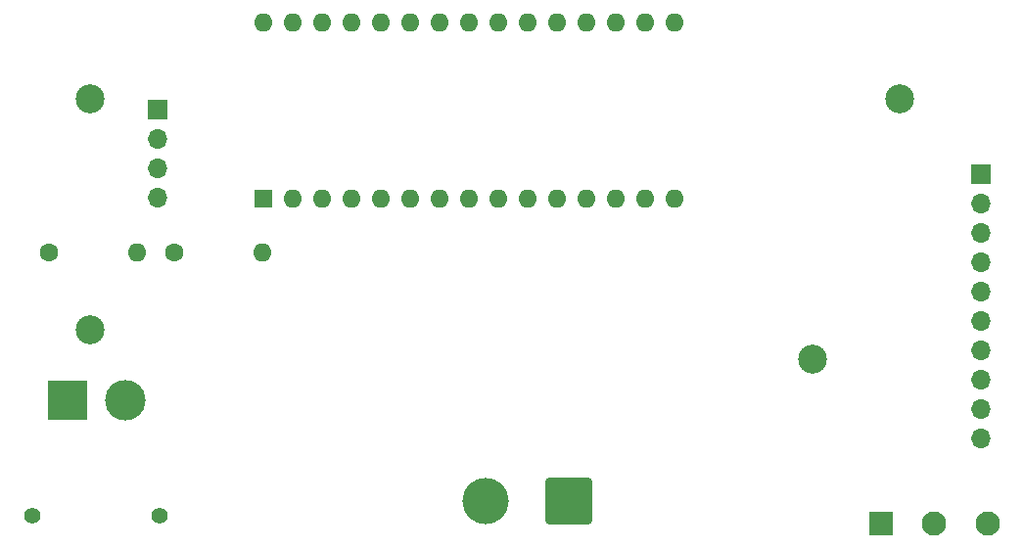
<source format=gbr>
%TF.GenerationSoftware,KiCad,Pcbnew,6.0.7*%
%TF.CreationDate,2023-02-15T11:14:22-05:00*%
%TF.ProjectId,Actuator Driver,41637475-6174-46f7-9220-447269766572,rev?*%
%TF.SameCoordinates,Original*%
%TF.FileFunction,Soldermask,Bot*%
%TF.FilePolarity,Negative*%
%FSLAX46Y46*%
G04 Gerber Fmt 4.6, Leading zero omitted, Abs format (unit mm)*
G04 Created by KiCad (PCBNEW 6.0.7) date 2023-02-15 11:14:22*
%MOMM*%
%LPD*%
G01*
G04 APERTURE LIST*
G04 Aperture macros list*
%AMRoundRect*
0 Rectangle with rounded corners*
0 $1 Rounding radius*
0 $2 $3 $4 $5 $6 $7 $8 $9 X,Y pos of 4 corners*
0 Add a 4 corners polygon primitive as box body*
4,1,4,$2,$3,$4,$5,$6,$7,$8,$9,$2,$3,0*
0 Add four circle primitives for the rounded corners*
1,1,$1+$1,$2,$3*
1,1,$1+$1,$4,$5*
1,1,$1+$1,$6,$7*
1,1,$1+$1,$8,$9*
0 Add four rect primitives between the rounded corners*
20,1,$1+$1,$2,$3,$4,$5,0*
20,1,$1+$1,$4,$5,$6,$7,0*
20,1,$1+$1,$6,$7,$8,$9,0*
20,1,$1+$1,$8,$9,$2,$3,0*%
G04 Aperture macros list end*
%ADD10C,2.500000*%
%ADD11C,1.600000*%
%ADD12O,1.600000X1.600000*%
%ADD13C,1.400000*%
%ADD14R,3.500000X3.500000*%
%ADD15C,3.500000*%
%ADD16R,1.700000X1.700000*%
%ADD17O,1.700000X1.700000*%
%ADD18RoundRect,0.250001X-0.799999X-0.799999X0.799999X-0.799999X0.799999X0.799999X-0.799999X0.799999X0*%
%ADD19C,2.100000*%
%ADD20RoundRect,0.250000X1.750000X1.750000X-1.750000X1.750000X-1.750000X-1.750000X1.750000X-1.750000X0*%
%ADD21C,4.000000*%
%ADD22R,1.600000X1.600000*%
G04 APERTURE END LIST*
D10*
%TO.C,REF\u002A\u002A*%
X112500000Y-115000000D03*
%TD*%
D11*
%TO.C,R5*%
X119790000Y-108300000D03*
D12*
X127410000Y-108300000D03*
%TD*%
D13*
%TO.C,PWRIN*%
X107500000Y-131075000D03*
X118500000Y-131075000D03*
D14*
X110500000Y-121075000D03*
D15*
X115500000Y-121075000D03*
%TD*%
D11*
%TO.C,R6*%
X108890000Y-108300000D03*
D12*
X116510000Y-108300000D03*
%TD*%
D16*
%TO.C,Transmitter*%
X118320000Y-95940000D03*
D17*
X118320000Y-98480000D03*
X118320000Y-101020000D03*
X118320000Y-103560000D03*
%TD*%
D10*
%TO.C,REF\u002A\u002A*%
X182500000Y-95000000D03*
%TD*%
D18*
%TO.C,RV1*%
X180900000Y-131750000D03*
D19*
X185500000Y-131750000D03*
X190100000Y-131750000D03*
%TD*%
D20*
%TO.C,M1*%
X153850000Y-129750000D03*
D21*
X146650000Y-129750000D03*
%TD*%
D22*
%TO.C,A1*%
X127450000Y-103610000D03*
D12*
X129990000Y-103610000D03*
X132530000Y-103610000D03*
X135070000Y-103610000D03*
X137610000Y-103610000D03*
X140150000Y-103610000D03*
X142690000Y-103610000D03*
X145230000Y-103610000D03*
X147770000Y-103610000D03*
X150310000Y-103610000D03*
X152850000Y-103610000D03*
X155390000Y-103610000D03*
X157930000Y-103610000D03*
X160470000Y-103610000D03*
X163010000Y-103610000D03*
X163010000Y-88370000D03*
X160470000Y-88370000D03*
X157930000Y-88370000D03*
X155390000Y-88370000D03*
X152850000Y-88370000D03*
X150310000Y-88370000D03*
X147770000Y-88370000D03*
X145230000Y-88370000D03*
X142690000Y-88370000D03*
X140150000Y-88370000D03*
X137610000Y-88370000D03*
X135070000Y-88370000D03*
X132530000Y-88370000D03*
X129990000Y-88370000D03*
X127450000Y-88370000D03*
%TD*%
D10*
%TO.C,REF\u002A\u002A*%
X112500000Y-95000000D03*
%TD*%
D16*
%TO.C,MD2*%
X189525000Y-101500000D03*
D17*
X189525000Y-104040000D03*
X189525000Y-106580000D03*
X189525000Y-109120000D03*
X189525000Y-111660000D03*
X189525000Y-114200000D03*
X189525000Y-116740000D03*
X189525000Y-119280000D03*
X189525000Y-121820000D03*
X189525000Y-124360000D03*
%TD*%
D10*
%TO.C,REF\u002A\u002A*%
X175000000Y-117500000D03*
%TD*%
M02*

</source>
